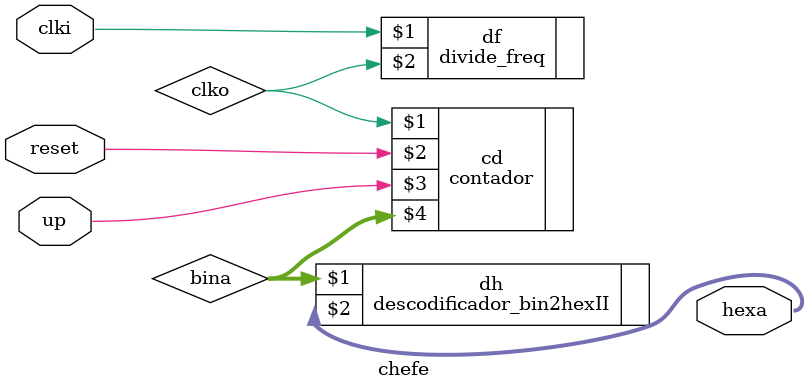
<source format=v>
module chefe(clki,reset,up,hexa);

	input clki;
	input reset;
	input up;
	output [7:0] hexa;
//	reg [7:0] hexa;
	wire [3:0] bina;

	divide_freq df(clki,clko);
	contador cd(clko,reset,up,bina);
	descodificador_bin2hexII dh(bina,hexa);

endmodule
</source>
